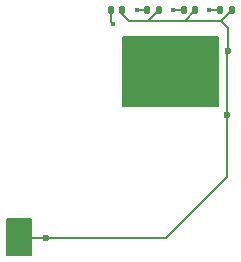
<source format=gbl>
G04 #@! TF.GenerationSoftware,KiCad,Pcbnew,8.0.8*
G04 #@! TF.CreationDate,2025-01-17T19:21:09-08:00*
G04 #@! TF.ProjectId,CA-53W backlight,43412d35-3357-4206-9261-636b6c696768,rev?*
G04 #@! TF.SameCoordinates,Original*
G04 #@! TF.FileFunction,Copper,L2,Bot*
G04 #@! TF.FilePolarity,Positive*
%FSLAX46Y46*%
G04 Gerber Fmt 4.6, Leading zero omitted, Abs format (unit mm)*
G04 Created by KiCad (PCBNEW 8.0.8) date 2025-01-17 19:21:09*
%MOMM*%
%LPD*%
G01*
G04 APERTURE LIST*
G04 Aperture macros list*
%AMRoundRect*
0 Rectangle with rounded corners*
0 $1 Rounding radius*
0 $2 $3 $4 $5 $6 $7 $8 $9 X,Y pos of 4 corners*
0 Add a 4 corners polygon primitive as box body*
4,1,4,$2,$3,$4,$5,$6,$7,$8,$9,$2,$3,0*
0 Add four circle primitives for the rounded corners*
1,1,$1+$1,$2,$3*
1,1,$1+$1,$4,$5*
1,1,$1+$1,$6,$7*
1,1,$1+$1,$8,$9*
0 Add four rect primitives between the rounded corners*
20,1,$1+$1,$2,$3,$4,$5,0*
20,1,$1+$1,$4,$5,$6,$7,0*
20,1,$1+$1,$6,$7,$8,$9,0*
20,1,$1+$1,$8,$9,$2,$3,0*%
G04 Aperture macros list end*
G04 #@! TA.AperFunction,Conductor*
%ADD10C,0.200000*%
G04 #@! TD*
G04 #@! TA.AperFunction,SMDPad,CuDef*
%ADD11RoundRect,0.147500X0.147500X0.172500X-0.147500X0.172500X-0.147500X-0.172500X0.147500X-0.172500X0*%
G04 #@! TD*
G04 #@! TA.AperFunction,ViaPad*
%ADD12C,0.600000*%
G04 #@! TD*
G04 #@! TA.AperFunction,ViaPad*
%ADD13C,2.540000*%
G04 #@! TD*
G04 #@! TA.AperFunction,ViaPad*
%ADD14C,0.400000*%
G04 #@! TD*
G04 #@! TA.AperFunction,ViaPad*
%ADD15C,0.500000*%
G04 #@! TD*
G04 APERTURE END LIST*
D10*
X129872000Y-103997000D02*
X131904000Y-103997000D01*
X131904000Y-107045000D01*
X129872000Y-107045000D01*
X129872000Y-103997000D01*
G04 #@! TA.AperFunction,Conductor*
G36*
X129872000Y-103997000D02*
G01*
X131904000Y-103997000D01*
X131904000Y-107045000D01*
X129872000Y-107045000D01*
X129872000Y-103997000D01*
G37*
G04 #@! TD.AperFunction*
X139714500Y-88630000D02*
X147715500Y-88630000D01*
X147715500Y-94472000D01*
X139714500Y-94472000D01*
X139714500Y-88630000D01*
G04 #@! TA.AperFunction,Conductor*
G36*
X139714500Y-88630000D02*
G01*
X147715500Y-88630000D01*
X147715500Y-94472000D01*
X139714500Y-94472000D01*
X139714500Y-88630000D01*
G37*
G04 #@! TD.AperFunction*
D11*
X145816666Y-86344000D03*
X144846666Y-86344000D03*
X142726333Y-86344000D03*
X141756333Y-86344000D03*
X139636000Y-86344000D03*
X138666000Y-86344000D03*
X148907000Y-86344000D03*
X147937000Y-86344000D03*
D12*
X131624600Y-105648000D03*
D13*
X143765800Y-93278200D03*
D12*
X148464800Y-95234000D03*
X133174000Y-105648000D03*
D14*
X146953500Y-86344000D03*
D12*
X148604500Y-89773000D03*
D14*
X140857500Y-86344000D03*
X143905500Y-86344000D03*
X138825500Y-87487000D03*
D15*
X140476500Y-89265000D03*
X147080500Y-93710000D03*
X147080500Y-89265000D03*
X140603500Y-93710000D03*
D10*
X148464800Y-95234000D02*
X148464800Y-89912700D01*
X148464800Y-100491800D02*
X148464800Y-95234000D01*
X148464800Y-89912700D02*
X148604500Y-89773000D01*
X143308600Y-105648000D02*
X148464800Y-100491800D01*
X133174000Y-105648000D02*
X143308600Y-105648000D01*
X131015000Y-105648000D02*
X130888000Y-105521000D01*
X133174000Y-105648000D02*
X131015000Y-105648000D01*
X147937000Y-86344000D02*
X146953500Y-86344000D01*
X141837333Y-87233000D02*
X142726333Y-86344000D01*
X139636000Y-86663999D02*
X140205001Y-87233000D01*
X148604500Y-87819500D02*
X148604500Y-89773000D01*
X139636000Y-86344000D02*
X139636000Y-86663999D01*
X144927666Y-87233000D02*
X145816666Y-86344000D01*
X148018000Y-87233000D02*
X148604500Y-87819500D01*
X148018000Y-87233000D02*
X148907000Y-86344000D01*
X140205001Y-87233000D02*
X141837333Y-87233000D01*
X141837333Y-87233000D02*
X144927666Y-87233000D01*
X144927666Y-87233000D02*
X148018000Y-87233000D01*
X141756333Y-86344000D02*
X140857500Y-86344000D01*
X144846666Y-86344000D02*
X143905500Y-86344000D01*
X138666000Y-87327500D02*
X138825500Y-87487000D01*
X138666000Y-86344000D02*
X138666000Y-87327500D01*
M02*

</source>
